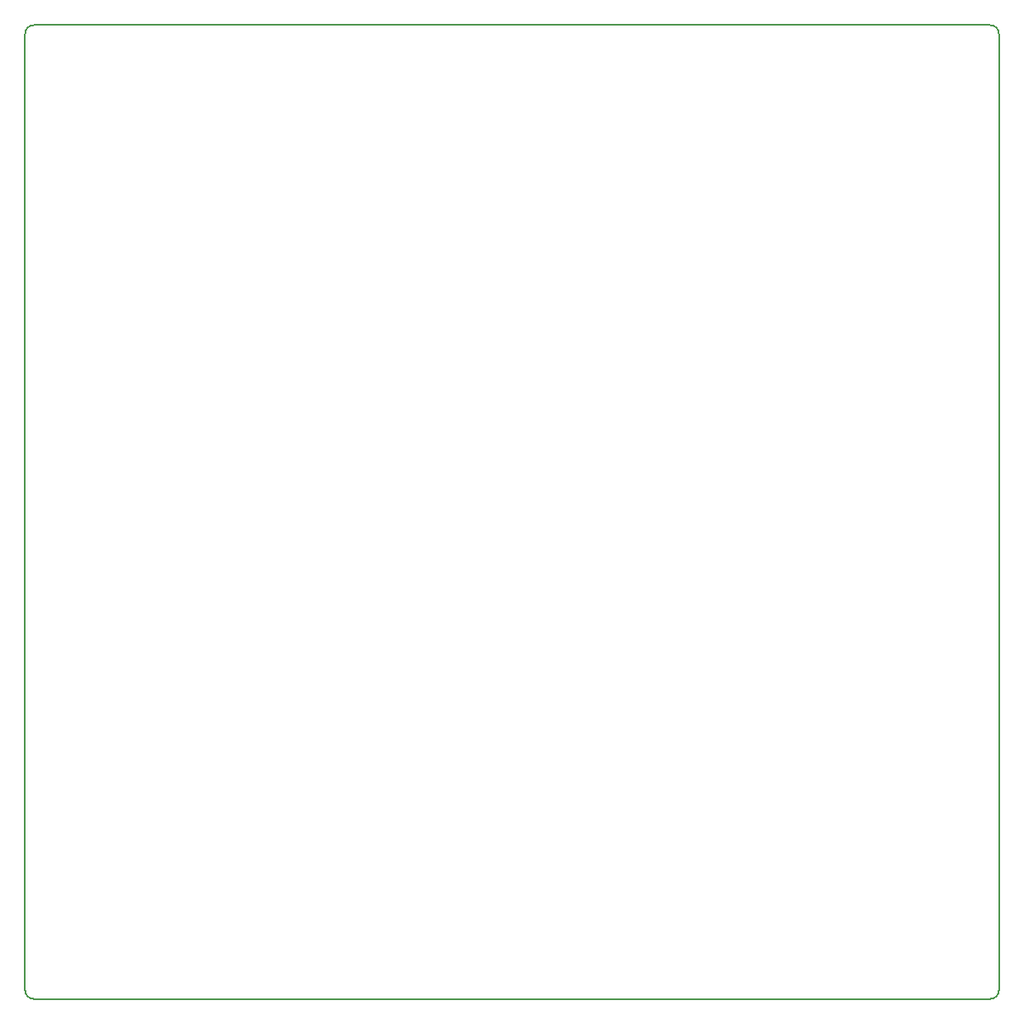
<source format=gm1>
G04 #@! TF.GenerationSoftware,KiCad,Pcbnew,(2017-12-24 revision 570866557)-makepkg*
G04 #@! TF.CreationDate,2018-02-26T21:37:48-07:00*
G04 #@! TF.ProjectId,KeyGridTest1,4B65794772696454657374312E6B6963,rev?*
G04 #@! TF.SameCoordinates,Original*
G04 #@! TF.FileFunction,Profile,NP*
%FSLAX46Y46*%
G04 Gerber Fmt 4.6, Leading zero omitted, Abs format (unit mm)*
G04 Created by KiCad (PCBNEW (2017-12-24 revision 570866557)-makepkg) date 02/26/18 21:37:48*
%MOMM*%
%LPD*%
G01*
G04 APERTURE LIST*
%ADD10C,0.150000*%
G04 APERTURE END LIST*
D10*
X195900000Y-44800000D02*
G75*
G03X195000000Y-43900000I-900000J0D01*
G01*
X96800000Y-43900000D02*
G75*
G03X95900000Y-44800000I0J-900000D01*
G01*
X95900000Y-143000000D02*
G75*
G03X96800000Y-143900000I900000J0D01*
G01*
X195000000Y-143900000D02*
G75*
G03X195900000Y-143000000I0J900000D01*
G01*
X95900000Y-143000000D02*
X95900000Y-44800000D01*
X195000000Y-143900000D02*
X96800000Y-143900000D01*
X195900000Y-44800000D02*
X195900000Y-143000000D01*
X96800000Y-43900000D02*
X195000000Y-43900000D01*
M02*

</source>
